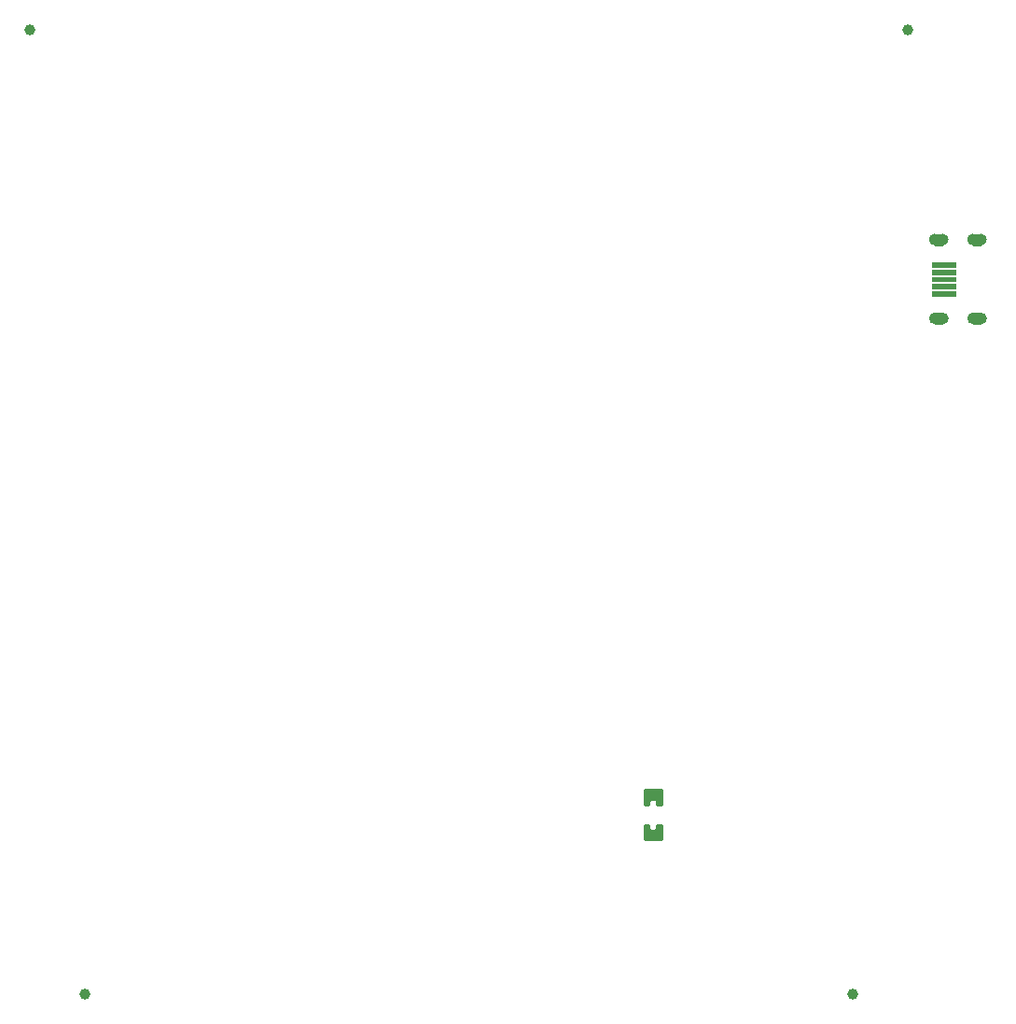
<source format=gbp>
G04 Layer: BottomPasteMaskLayer*
G04 EasyEDA Pro v1.6.32, 2022-10-17 22:27:42*
G04 Gerber Generator version 0.3*
G04 Scale: 100 percent, Rotated: No, Reflected: No*
G04 Dimensions in millimeters*
G04 Leading zeros omitted, absolute positions, 4 integers and 2 decimals*
G04 Panelize: V-CUT, Column: 1, Row: 1, Board Size: 99.693mm x 90.043mm, Panelized Board Size: 99.693mm x 95.438mm, Panelized Method: Only Board Outline*
%FSLAX42Y42*%
%MOMM*%
%ADD10C,1.000001*%
%ADD11C,0.00508*%
G75*


G04 Panelize Start*
G54D10*
G01X-4639Y-130D03*
G01X3330Y-130D03*
G01X-4139Y-8874D03*
G01X2830Y-8874D03*
G04 Panelize End*

G04 PolygonModel Start*
G36*
G01X3993Y-2795D02*
G03X3993Y-2695I0J50D01*
G01X3923D01*
G03Y-2795I0J-50D01*
G01X3993D01*
G37*
G54D11*
G01X3993Y-2795D02*
G03X3993Y-2695I0J50D01*
G01X3923D01*
G03Y-2795I0J-50D01*
G01X3993D01*
G36*
G01X3646Y-2795D02*
G03X3646Y-2695I0J50D01*
G01X3576D01*
G03Y-2795I0J-50D01*
G01X3646D01*
G37*
G01X3646Y-2795D02*
G03X3646Y-2695I0J50D01*
G01X3576D01*
G03Y-2795I0J-50D01*
G01X3646D01*
G36*
G01X3646Y-2080D02*
G03X3646Y-1980I0J50D01*
G01X3576D01*
G03Y-2080I0J-50D01*
G01X3646D01*
G37*
G01X3646Y-2080D02*
G03X3646Y-1980I0J50D01*
G01X3576D01*
G03Y-2080I0J-50D01*
G01X3646D01*
G36*
G01X3993Y-2080D02*
G03X3993Y-1980I0J50D01*
G01X3923D01*
G03Y-2080I0J-50D01*
G01X3993D01*
G37*
G01X3993Y-2080D02*
G03X3993Y-1980I0J50D01*
G01X3923D01*
G03Y-2080I0J-50D01*
G01X3993D01*
G36*
G01X3547Y-2498D02*
G01X3547Y-2538D01*
G01X3761D01*
G01Y-2498D01*
G01X3547D01*
G37*
G01X3547Y-2498D02*
G01X3547Y-2538D01*
G01X3761D01*
G01Y-2498D01*
G01X3547D01*
G36*
G01X3547Y-2433D02*
G01X3547Y-2473D01*
G01X3761D01*
G01Y-2433D01*
G01X3547D01*
G37*
G01X3547Y-2433D02*
G01X3547Y-2473D01*
G01X3761D01*
G01Y-2433D01*
G01X3547D01*
G36*
G01X3547Y-2368D02*
G01X3547Y-2408D01*
G01X3761D01*
G01Y-2368D01*
G01X3547D01*
G37*
G01X3547Y-2368D02*
G01X3547Y-2408D01*
G01X3761D01*
G01Y-2368D01*
G01X3547D01*
G36*
G01X3547Y-2303D02*
G01X3547Y-2343D01*
G01X3761D01*
G01Y-2303D01*
G01X3547D01*
G37*
G01X3547Y-2303D02*
G01X3547Y-2343D01*
G01X3761D01*
G01Y-2303D01*
G01X3547D01*
G36*
G01X3547Y-2237D02*
G01X3547Y-2278D01*
G01X3761D01*
G01Y-2237D01*
G01X3547D01*
G37*
G01X3547Y-2237D02*
G01X3547Y-2278D01*
G01X3761D01*
G01Y-2237D01*
G01X3547D01*
G36*
G01X940Y-7161D02*
G01X977Y-7161D01*
G01X987Y-7151D01*
G01Y-7120D01*
G01X997Y-7110D01*
G01X1035D01*
G01X1045Y-7120D01*
G01Y-7151D01*
G01X1055Y-7161D01*
G01X1092D01*
G01X1102Y-7151D01*
G01Y-7022D01*
G01X1092Y-7012D01*
G01X940D01*
G01X930Y-7022D01*
G01Y-7151D01*
G01X940Y-7161D01*
G37*
G01X940Y-7161D02*
G01X977Y-7161D01*
G01X987Y-7151D01*
G01Y-7120D01*
G01X997Y-7110D01*
G01X1035D01*
G01X1045Y-7120D01*
G01Y-7151D01*
G01X1055Y-7161D01*
G01X1092D01*
G01X1102Y-7151D01*
G01Y-7022D01*
G01X1092Y-7012D01*
G01X940D01*
G01X930Y-7022D01*
G01Y-7151D01*
G01X940Y-7161D01*
G36*
G01X940Y-7331D02*
G01X977Y-7331D01*
G01X987Y-7341D01*
G01Y-7371D01*
G01X997Y-7381D01*
G01X1035D01*
G01X1045Y-7371D01*
G01Y-7341D01*
G01X1055Y-7331D01*
G01X1092D01*
G01X1102Y-7341D01*
G01Y-7469D01*
G01X1092Y-7479D01*
G01X940D01*
G01X930Y-7469D01*
G01Y-7341D01*
G01X940Y-7331D01*
G37*
G01X940Y-7331D02*
G01X977Y-7331D01*
G01X987Y-7341D01*
G01Y-7371D01*
G01X997Y-7381D01*
G01X1035D01*
G01X1045Y-7371D01*
G01Y-7341D01*
G01X1055Y-7331D01*
G01X1092D01*
G01X1102Y-7341D01*
G01Y-7469D01*
G01X1092Y-7479D01*
G01X940D01*
G01X930Y-7469D01*
G01Y-7341D01*
G01X940Y-7331D01*
G04 PolygonModel End*

G04 Pad Start*
G04 Pad End*

M02*

</source>
